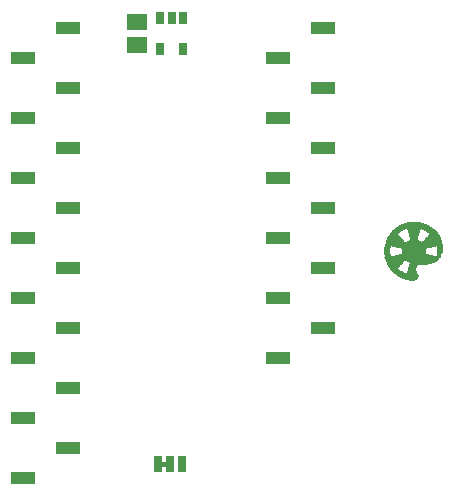
<source format=gbs>
G75*
%MOIN*%
%OFA0B0*%
%FSLAX25Y25*%
%IPPOS*%
%LPD*%
%AMOC8*
5,1,8,0,0,1.08239X$1,22.5*
%
%ADD10R,0.01800X0.00067*%
%ADD11R,0.02060X0.00066*%
%ADD12R,0.02800X0.00067*%
%ADD13R,0.03130X0.00067*%
%ADD14R,0.03400X0.00066*%
%ADD15R,0.03800X0.00067*%
%ADD16R,0.04000X0.00067*%
%ADD17R,0.04400X0.00066*%
%ADD18R,0.04530X0.00067*%
%ADD19R,0.04870X0.00067*%
%ADD20R,0.05000X0.00066*%
%ADD21R,0.05270X0.00067*%
%ADD22R,0.05400X0.00067*%
%ADD23R,0.05600X0.00066*%
%ADD24R,0.05660X0.00067*%
%ADD25R,0.05860X0.00067*%
%ADD26R,0.06070X0.00066*%
%ADD27R,0.06200X0.00067*%
%ADD28R,0.06400X0.00067*%
%ADD29R,0.06470X0.00066*%
%ADD30R,0.06600X0.00067*%
%ADD31R,0.06670X0.00067*%
%ADD32R,0.06800X0.00066*%
%ADD33R,0.06870X0.00067*%
%ADD34R,0.07070X0.00067*%
%ADD35R,0.07140X0.00066*%
%ADD36R,0.07200X0.00067*%
%ADD37R,0.07270X0.00067*%
%ADD38R,0.07400X0.00066*%
%ADD39R,0.07400X0.00067*%
%ADD40R,0.07470X0.00067*%
%ADD41R,0.07530X0.00066*%
%ADD42R,0.03660X0.00067*%
%ADD43R,0.03600X0.00067*%
%ADD44R,0.03540X0.00067*%
%ADD45R,0.03530X0.00066*%
%ADD46R,0.03470X0.00066*%
%ADD47R,0.03530X0.00067*%
%ADD48R,0.03470X0.00067*%
%ADD49R,0.03400X0.00067*%
%ADD50R,0.03340X0.00066*%
%ADD51R,0.03260X0.00067*%
%ADD52R,0.03270X0.00067*%
%ADD53R,0.03200X0.00067*%
%ADD54R,0.03140X0.00066*%
%ADD55R,0.03200X0.00066*%
%ADD56R,0.03060X0.00067*%
%ADD57R,0.03070X0.00067*%
%ADD58R,0.03000X0.00066*%
%ADD59R,0.02940X0.00066*%
%ADD60R,0.02930X0.00067*%
%ADD61R,0.02940X0.00067*%
%ADD62R,0.02870X0.00067*%
%ADD63R,0.02800X0.00066*%
%ADD64R,0.02730X0.00066*%
%ADD65R,0.02730X0.00067*%
%ADD66R,0.02600X0.00066*%
%ADD67R,0.02670X0.00067*%
%ADD68R,0.02600X0.00067*%
%ADD69R,0.02660X0.00067*%
%ADD70R,0.02670X0.00066*%
%ADD71R,0.02530X0.00067*%
%ADD72R,0.02470X0.00067*%
%ADD73R,0.02470X0.00066*%
%ADD74R,0.02400X0.00067*%
%ADD75R,0.02460X0.00066*%
%ADD76R,0.02460X0.00067*%
%ADD77R,0.02740X0.00067*%
%ADD78R,0.02400X0.00066*%
%ADD79R,0.03330X0.00066*%
%ADD80R,0.03600X0.00066*%
%ADD81R,0.02530X0.00066*%
%ADD82R,0.03670X0.00067*%
%ADD83R,0.03930X0.00066*%
%ADD84R,0.04140X0.00067*%
%ADD85R,0.04200X0.00066*%
%ADD86R,0.04330X0.00067*%
%ADD87R,0.04400X0.00067*%
%ADD88R,0.03000X0.00067*%
%ADD89R,0.04530X0.00066*%
%ADD90R,0.04600X0.00067*%
%ADD91R,0.04670X0.00067*%
%ADD92R,0.06130X0.00067*%
%ADD93R,0.04800X0.00066*%
%ADD94R,0.06330X0.00066*%
%ADD95R,0.04930X0.00067*%
%ADD96R,0.06800X0.00067*%
%ADD97R,0.05000X0.00067*%
%ADD98R,0.06940X0.00067*%
%ADD99R,0.07200X0.00066*%
%ADD100R,0.05200X0.00067*%
%ADD101R,0.07330X0.00067*%
%ADD102R,0.05340X0.00067*%
%ADD103R,0.07530X0.00067*%
%ADD104R,0.05400X0.00066*%
%ADD105R,0.07670X0.00066*%
%ADD106R,0.05470X0.00067*%
%ADD107R,0.07870X0.00067*%
%ADD108R,0.05540X0.00067*%
%ADD109R,0.08200X0.00067*%
%ADD110R,0.05660X0.00066*%
%ADD111R,0.08400X0.00066*%
%ADD112R,0.05800X0.00067*%
%ADD113R,0.08800X0.00067*%
%ADD114R,0.05870X0.00067*%
%ADD115R,0.09000X0.00067*%
%ADD116R,0.05930X0.00066*%
%ADD117R,0.09200X0.00066*%
%ADD118R,0.06000X0.00067*%
%ADD119R,0.09460X0.00067*%
%ADD120R,0.06140X0.00067*%
%ADD121R,0.09670X0.00067*%
%ADD122R,0.06200X0.00066*%
%ADD123R,0.09800X0.00066*%
%ADD124R,0.06260X0.00067*%
%ADD125R,0.10070X0.00067*%
%ADD126R,0.06330X0.00067*%
%ADD127R,0.10200X0.00067*%
%ADD128R,0.06400X0.00066*%
%ADD129R,0.10330X0.00066*%
%ADD130R,0.06460X0.00067*%
%ADD131R,0.10530X0.00067*%
%ADD132R,0.17270X0.00067*%
%ADD133R,0.17400X0.00066*%
%ADD134R,0.17540X0.00067*%
%ADD135R,0.17600X0.00067*%
%ADD136R,0.17670X0.00066*%
%ADD137R,0.17740X0.00067*%
%ADD138R,0.17860X0.00066*%
%ADD139R,0.17930X0.00067*%
%ADD140R,0.18000X0.00067*%
%ADD141R,0.18000X0.00066*%
%ADD142R,0.18130X0.00067*%
%ADD143R,0.18200X0.00067*%
%ADD144R,0.18340X0.00066*%
%ADD145R,0.18400X0.00067*%
%ADD146R,0.01870X0.00066*%
%ADD147R,0.14860X0.00066*%
%ADD148R,0.01200X0.00066*%
%ADD149R,0.01870X0.00067*%
%ADD150R,0.14460X0.00067*%
%ADD151R,0.01270X0.00067*%
%ADD152R,0.13940X0.00067*%
%ADD153R,0.01200X0.00067*%
%ADD154R,0.01800X0.00066*%
%ADD155R,0.13140X0.00066*%
%ADD156R,0.12600X0.00067*%
%ADD157R,0.01330X0.00067*%
%ADD158R,0.12200X0.00067*%
%ADD159R,0.01860X0.00066*%
%ADD160R,0.11660X0.00066*%
%ADD161R,0.01330X0.00066*%
%ADD162R,0.01860X0.00067*%
%ADD163R,0.10860X0.00067*%
%ADD164R,0.10340X0.00067*%
%ADD165R,0.01400X0.00067*%
%ADD166R,0.09940X0.00066*%
%ADD167R,0.01460X0.00066*%
%ADD168R,0.01930X0.00067*%
%ADD169R,0.09540X0.00067*%
%ADD170R,0.01460X0.00067*%
%ADD171R,0.08600X0.00067*%
%ADD172R,0.01470X0.00067*%
%ADD173R,0.08200X0.00066*%
%ADD174R,0.01470X0.00066*%
%ADD175R,0.07660X0.00067*%
%ADD176R,0.01540X0.00067*%
%ADD177R,0.07600X0.00067*%
%ADD178R,0.07600X0.00066*%
%ADD179R,0.01540X0.00066*%
%ADD180R,0.01600X0.00067*%
%ADD181R,0.01530X0.00067*%
%ADD182R,0.07730X0.00066*%
%ADD183R,0.01530X0.00066*%
%ADD184R,0.07730X0.00067*%
%ADD185R,0.07800X0.00067*%
%ADD186R,0.07800X0.00066*%
%ADD187R,0.01600X0.00066*%
%ADD188R,0.01670X0.00067*%
%ADD189R,0.01670X0.00066*%
%ADD190R,0.01730X0.00067*%
%ADD191R,0.01730X0.00066*%
%ADD192R,0.07660X0.00066*%
%ADD193R,0.07940X0.00067*%
%ADD194R,0.08340X0.00066*%
%ADD195R,0.08860X0.00067*%
%ADD196R,0.09660X0.00067*%
%ADD197R,0.10200X0.00066*%
%ADD198R,0.01930X0.00066*%
%ADD199R,0.10600X0.00067*%
%ADD200R,0.11140X0.00067*%
%ADD201R,0.11940X0.00066*%
%ADD202R,0.12340X0.00067*%
%ADD203R,0.12860X0.00067*%
%ADD204R,0.13330X0.00066*%
%ADD205R,0.14200X0.00067*%
%ADD206R,0.14600X0.00067*%
%ADD207R,0.02000X0.00067*%
%ADD208R,0.15140X0.00066*%
%ADD209R,0.02000X0.00066*%
%ADD210R,0.19270X0.00067*%
%ADD211R,0.19270X0.00066*%
%ADD212R,0.19200X0.00067*%
%ADD213R,0.19200X0.00066*%
%ADD214R,0.19060X0.00067*%
%ADD215R,0.19000X0.00066*%
%ADD216R,0.18940X0.00067*%
%ADD217R,0.18940X0.00066*%
%ADD218R,0.18870X0.00066*%
%ADD219R,0.05260X0.00067*%
%ADD220R,0.06730X0.00067*%
%ADD221R,0.06670X0.00066*%
%ADD222R,0.04860X0.00067*%
%ADD223R,0.06140X0.00066*%
%ADD224R,0.04460X0.00066*%
%ADD225R,0.04200X0.00067*%
%ADD226R,0.05930X0.00067*%
%ADD227R,0.05870X0.00066*%
%ADD228R,0.03800X0.00066*%
%ADD229R,0.06070X0.00067*%
%ADD230R,0.02340X0.00067*%
%ADD231R,0.02200X0.00066*%
%ADD232R,0.02200X0.00067*%
%ADD233R,0.05600X0.00067*%
%ADD234R,0.02270X0.00067*%
%ADD235R,0.05530X0.00067*%
%ADD236R,0.05060X0.00066*%
%ADD237R,0.02340X0.00066*%
%ADD238R,0.05130X0.00066*%
%ADD239R,0.05070X0.00067*%
%ADD240R,0.04740X0.00067*%
%ADD241R,0.04070X0.00067*%
%ADD242R,0.03860X0.00066*%
%ADD243R,0.02860X0.00066*%
%ADD244R,0.04260X0.00066*%
%ADD245R,0.02860X0.00067*%
%ADD246R,0.02930X0.00066*%
%ADD247R,0.03330X0.00067*%
%ADD248R,0.03730X0.00067*%
%ADD249R,0.03260X0.00066*%
%ADD250R,0.03140X0.00067*%
%ADD251R,0.02540X0.00067*%
%ADD252R,0.03540X0.00066*%
%ADD253R,0.03660X0.00066*%
%ADD254R,0.03130X0.00066*%
%ADD255R,0.02870X0.00066*%
%ADD256R,0.03870X0.00066*%
%ADD257R,0.03940X0.00067*%
%ADD258R,0.04060X0.00066*%
%ADD259R,0.04060X0.00067*%
%ADD260R,0.04130X0.00067*%
%ADD261R,0.03730X0.00066*%
%ADD262R,0.03460X0.00067*%
%ADD263R,0.04270X0.00067*%
%ADD264R,0.04340X0.00067*%
%ADD265R,0.04340X0.00066*%
%ADD266R,0.04460X0.00067*%
%ADD267R,0.12470X0.00066*%
%ADD268R,0.12270X0.00067*%
%ADD269R,0.12130X0.00067*%
%ADD270R,0.12000X0.00066*%
%ADD271R,0.11730X0.00067*%
%ADD272R,0.11600X0.00067*%
%ADD273R,0.11330X0.00066*%
%ADD274R,0.11200X0.00067*%
%ADD275R,0.10930X0.00067*%
%ADD276R,0.10800X0.00066*%
%ADD277R,0.10470X0.00067*%
%ADD278R,0.10330X0.00067*%
%ADD279R,0.10070X0.00066*%
%ADD280R,0.09870X0.00067*%
%ADD281R,0.09530X0.00067*%
%ADD282R,0.09330X0.00066*%
%ADD283R,0.09200X0.00067*%
%ADD284R,0.08670X0.00066*%
%ADD285R,0.08140X0.00067*%
%ADD286R,0.08000X0.00067*%
%ADD287R,0.07340X0.00067*%
%ADD288R,0.06540X0.00066*%
%ADD289R,0.08274X0.04337*%
%ADD290R,0.02900X0.05400*%
%ADD291C,0.00500*%
%ADD292R,0.03117X0.04298*%
%ADD293R,0.06699X0.05518*%
D10*
X0183650Y0109506D03*
X0183650Y0109573D03*
X0183520Y0110706D03*
X0183520Y0110773D03*
X0183520Y0110906D03*
X0183520Y0110973D03*
X0183520Y0111106D03*
X0183520Y0111173D03*
X0183520Y0111306D03*
X0183520Y0111373D03*
X0183650Y0112506D03*
X0183650Y0112573D03*
X0191920Y0101373D03*
X0201120Y0111306D03*
X0201120Y0111373D03*
X0201120Y0111506D03*
X0201120Y0111573D03*
D11*
X0191920Y0101440D03*
D12*
X0191690Y0101506D03*
X0191750Y0104373D03*
X0186490Y0104506D03*
X0186420Y0104573D03*
X0185690Y0116573D03*
X0186490Y0117573D03*
X0199150Y0116773D03*
X0199150Y0116706D03*
D13*
X0198385Y0117506D03*
X0187055Y0117973D03*
X0191655Y0101573D03*
D14*
X0191590Y0101640D03*
X0191850Y0103840D03*
X0192320Y0116840D03*
X0187450Y0118240D03*
D15*
X0188050Y0118573D03*
X0185790Y0115906D03*
X0192320Y0117506D03*
X0192320Y0117573D03*
X0197120Y0118373D03*
X0197250Y0118306D03*
X0199050Y0116106D03*
X0185790Y0106173D03*
X0188050Y0103506D03*
X0191450Y0101706D03*
D16*
X0191420Y0101773D03*
X0185820Y0106306D03*
X0192350Y0114373D03*
X0192350Y0117773D03*
X0196890Y0118506D03*
X0199020Y0115973D03*
X0185820Y0115773D03*
D17*
X0185890Y0115440D03*
X0191290Y0101840D03*
D18*
X0191285Y0101906D03*
D19*
X0191185Y0101973D03*
D20*
X0191190Y0102040D03*
X0185990Y0107040D03*
X0192320Y0114040D03*
X0192450Y0120440D03*
D21*
X0198785Y0115106D03*
X0191055Y0102106D03*
D22*
X0191050Y0102173D03*
D23*
X0190950Y0102240D03*
X0186090Y0114640D03*
X0198750Y0114840D03*
D24*
X0198720Y0114773D03*
X0190920Y0102306D03*
X0186120Y0114573D03*
D25*
X0192420Y0120306D03*
X0190820Y0102373D03*
D26*
X0190785Y0102440D03*
D27*
X0190790Y0102506D03*
X0198590Y0114373D03*
D28*
X0190690Y0102573D03*
D29*
X0190655Y0102640D03*
D30*
X0190590Y0102706D03*
X0186320Y0113906D03*
X0198520Y0114106D03*
D31*
X0190555Y0102773D03*
D32*
X0190490Y0102840D03*
D33*
X0190455Y0102906D03*
D34*
X0190355Y0102973D03*
D35*
X0190320Y0103040D03*
D36*
X0190290Y0103106D03*
D37*
X0190255Y0103173D03*
D38*
X0190190Y0103240D03*
D39*
X0190120Y0103306D03*
D40*
X0190085Y0103373D03*
D41*
X0189985Y0103440D03*
X0192455Y0120040D03*
D42*
X0192320Y0117306D03*
X0192320Y0117173D03*
X0187920Y0118506D03*
X0191920Y0103506D03*
D43*
X0187890Y0103573D03*
X0192350Y0117106D03*
X0197490Y0118173D03*
D44*
X0192320Y0116973D03*
X0192320Y0116906D03*
X0192320Y0114506D03*
X0191920Y0103573D03*
D45*
X0187785Y0103640D03*
D46*
X0191885Y0103640D03*
X0197685Y0118040D03*
D47*
X0197585Y0118106D03*
X0185785Y0105973D03*
X0187655Y0103706D03*
D48*
X0187555Y0103773D03*
X0191885Y0103706D03*
X0185755Y0116106D03*
X0187685Y0118373D03*
X0199085Y0116306D03*
D49*
X0199120Y0116373D03*
X0197850Y0117906D03*
X0197790Y0117973D03*
X0192320Y0116773D03*
X0185790Y0105906D03*
X0191920Y0103773D03*
D50*
X0187420Y0103840D03*
D51*
X0187320Y0103906D03*
X0192320Y0114573D03*
X0192320Y0116573D03*
D52*
X0187255Y0118106D03*
X0198055Y0117773D03*
X0192655Y0106706D03*
X0191855Y0103906D03*
D53*
X0191820Y0103973D03*
X0187220Y0103973D03*
X0185750Y0105773D03*
X0192350Y0116373D03*
X0192350Y0116506D03*
X0198150Y0117706D03*
D54*
X0192320Y0116440D03*
X0192320Y0116240D03*
X0187120Y0104040D03*
D55*
X0191820Y0104040D03*
X0192620Y0106640D03*
X0198220Y0117640D03*
X0187150Y0118040D03*
D56*
X0198620Y0117306D03*
X0191820Y0104173D03*
X0191820Y0104106D03*
X0187020Y0104106D03*
D57*
X0186955Y0104173D03*
X0185755Y0105706D03*
X0192355Y0116173D03*
X0186955Y0117906D03*
X0198555Y0117373D03*
X0199155Y0116573D03*
D58*
X0198650Y0117240D03*
X0192320Y0114640D03*
X0186850Y0117840D03*
X0185720Y0105640D03*
X0186850Y0104240D03*
D59*
X0191820Y0104240D03*
D60*
X0186755Y0104306D03*
X0185685Y0105573D03*
X0198755Y0117173D03*
X0198955Y0116973D03*
D61*
X0198820Y0117106D03*
X0192420Y0106506D03*
X0191820Y0104306D03*
D62*
X0186655Y0104373D03*
X0186655Y0117706D03*
X0198985Y0116906D03*
D63*
X0199090Y0116840D03*
X0192420Y0106440D03*
X0186550Y0104440D03*
X0186350Y0104640D03*
D64*
X0191785Y0104440D03*
X0186385Y0117440D03*
D65*
X0186455Y0117506D03*
X0191785Y0104573D03*
X0191785Y0104506D03*
D66*
X0191790Y0104640D03*
X0191790Y0104840D03*
X0192250Y0106240D03*
X0185920Y0105040D03*
X0192320Y0115440D03*
D67*
X0186085Y0117173D03*
X0186285Y0104706D03*
X0192285Y0106306D03*
D68*
X0192190Y0106173D03*
X0191790Y0104773D03*
X0191790Y0104706D03*
X0185990Y0104973D03*
X0192320Y0114706D03*
X0192320Y0115373D03*
X0192320Y0115506D03*
X0192320Y0115573D03*
X0185990Y0117106D03*
D69*
X0186220Y0117306D03*
X0186220Y0104773D03*
D70*
X0186155Y0104840D03*
X0185685Y0105440D03*
X0185685Y0116640D03*
X0186155Y0117240D03*
X0192355Y0115640D03*
D71*
X0192355Y0115306D03*
X0185885Y0116973D03*
X0185685Y0116706D03*
X0185685Y0105373D03*
X0185885Y0105106D03*
X0186085Y0104906D03*
X0191755Y0104906D03*
X0192085Y0105973D03*
X0192155Y0106106D03*
D72*
X0192055Y0105906D03*
X0191985Y0105773D03*
X0191785Y0105106D03*
X0191785Y0104973D03*
X0185785Y0105173D03*
D73*
X0191785Y0105040D03*
X0191855Y0105240D03*
X0192055Y0105840D03*
D74*
X0191950Y0105706D03*
X0191950Y0105573D03*
X0191890Y0105373D03*
X0191890Y0105306D03*
X0191820Y0105173D03*
X0192350Y0115106D03*
X0192420Y0120706D03*
D75*
X0192320Y0115240D03*
X0191920Y0105440D03*
X0185720Y0105240D03*
D76*
X0185720Y0105306D03*
X0191920Y0105506D03*
X0192320Y0115173D03*
X0185720Y0116773D03*
D77*
X0186320Y0117373D03*
X0192320Y0115773D03*
X0192320Y0115706D03*
X0192320Y0106373D03*
X0185720Y0105506D03*
D78*
X0191950Y0105640D03*
D79*
X0185755Y0105840D03*
X0197955Y0117840D03*
D80*
X0199090Y0116240D03*
X0187820Y0118440D03*
X0185750Y0116040D03*
X0185750Y0106040D03*
D81*
X0192155Y0106040D03*
X0185755Y0116840D03*
X0185955Y0117040D03*
D82*
X0185785Y0115973D03*
X0185785Y0106106D03*
D83*
X0185785Y0106240D03*
X0199055Y0116040D03*
D84*
X0199020Y0115906D03*
X0185820Y0106373D03*
D85*
X0185850Y0106440D03*
X0185850Y0115640D03*
X0192320Y0118040D03*
X0192320Y0118240D03*
D86*
X0185855Y0115573D03*
X0185855Y0106506D03*
X0198985Y0115706D03*
X0198985Y0115773D03*
D87*
X0192350Y0120506D03*
X0185890Y0115506D03*
X0185890Y0106573D03*
D88*
X0192520Y0106573D03*
X0192320Y0116106D03*
X0186790Y0117773D03*
X0185720Y0116373D03*
D89*
X0185885Y0106640D03*
X0198955Y0115640D03*
D90*
X0192320Y0118573D03*
X0185920Y0115373D03*
X0185920Y0106706D03*
D91*
X0185955Y0106773D03*
X0192355Y0114173D03*
X0185955Y0115306D03*
X0198955Y0115573D03*
D92*
X0194155Y0106773D03*
D93*
X0185950Y0106840D03*
X0185950Y0115240D03*
X0198890Y0115440D03*
D94*
X0194255Y0106840D03*
D95*
X0185955Y0106906D03*
X0185955Y0115173D03*
X0198885Y0115373D03*
D96*
X0198490Y0113906D03*
X0194550Y0106906D03*
D97*
X0185990Y0106973D03*
X0185990Y0115106D03*
D98*
X0194620Y0106973D03*
D99*
X0194750Y0107040D03*
D100*
X0192350Y0113973D03*
X0186020Y0114973D03*
X0186020Y0107106D03*
X0198820Y0115173D03*
D101*
X0194885Y0107106D03*
D102*
X0186020Y0107173D03*
X0186020Y0114906D03*
D103*
X0194985Y0107173D03*
D104*
X0198790Y0115040D03*
X0186050Y0114840D03*
X0186050Y0107240D03*
D105*
X0195055Y0107240D03*
D106*
X0186085Y0107306D03*
X0186085Y0114773D03*
D107*
X0195085Y0107306D03*
D108*
X0186120Y0107373D03*
X0186120Y0114706D03*
D109*
X0195050Y0107373D03*
D110*
X0186120Y0107440D03*
D111*
X0195020Y0107440D03*
D112*
X0198720Y0114706D03*
X0186120Y0114506D03*
X0186120Y0107506D03*
D113*
X0195020Y0107506D03*
X0192490Y0119773D03*
D114*
X0186155Y0107573D03*
D115*
X0194990Y0107573D03*
D116*
X0186185Y0107640D03*
D117*
X0195020Y0107640D03*
D118*
X0186220Y0107706D03*
X0186220Y0114306D03*
D119*
X0195020Y0107706D03*
D120*
X0186220Y0107773D03*
D121*
X0194985Y0107773D03*
D122*
X0186250Y0107840D03*
D123*
X0194990Y0107840D03*
D124*
X0186220Y0107906D03*
X0186220Y0114173D03*
D125*
X0194985Y0107906D03*
D126*
X0198585Y0114306D03*
X0186255Y0114106D03*
X0186255Y0107973D03*
D127*
X0194990Y0107973D03*
D128*
X0198550Y0114240D03*
X0186290Y0114040D03*
X0186290Y0108040D03*
D129*
X0194985Y0108040D03*
D130*
X0198520Y0114173D03*
X0186320Y0113973D03*
X0186320Y0108106D03*
D131*
X0194955Y0108106D03*
D132*
X0191655Y0108173D03*
D133*
X0191720Y0108240D03*
D134*
X0191720Y0108306D03*
D135*
X0191750Y0108373D03*
D136*
X0191785Y0108440D03*
D137*
X0191820Y0108506D03*
X0191820Y0108573D03*
D138*
X0191820Y0108640D03*
D139*
X0191855Y0108706D03*
D140*
X0191890Y0108773D03*
D141*
X0191890Y0108840D03*
D142*
X0191885Y0108906D03*
D143*
X0191920Y0108973D03*
D144*
X0191920Y0109040D03*
D145*
X0191950Y0109106D03*
X0191950Y0109173D03*
D146*
X0183685Y0109240D03*
X0183555Y0110040D03*
X0183555Y0110240D03*
X0183555Y0110440D03*
X0183555Y0110640D03*
X0183555Y0111440D03*
X0183555Y0111640D03*
X0183555Y0111840D03*
X0183555Y0112040D03*
X0183685Y0112840D03*
X0201085Y0112040D03*
X0201085Y0111840D03*
D147*
X0192320Y0109240D03*
D148*
X0200620Y0109240D03*
X0200690Y0109440D03*
D149*
X0201085Y0111706D03*
X0201085Y0111773D03*
X0201085Y0111906D03*
X0201085Y0111973D03*
X0201085Y0112106D03*
X0183685Y0112706D03*
X0183685Y0112773D03*
X0183555Y0111973D03*
X0183555Y0111906D03*
X0183555Y0111773D03*
X0183555Y0111706D03*
X0183555Y0111573D03*
X0183555Y0111506D03*
X0183555Y0110573D03*
X0183555Y0110506D03*
X0183555Y0110373D03*
X0183555Y0110306D03*
X0183555Y0110173D03*
X0183555Y0110106D03*
X0183685Y0109373D03*
X0183685Y0109306D03*
D150*
X0192320Y0109306D03*
D151*
X0200655Y0109306D03*
D152*
X0192320Y0109373D03*
D153*
X0200690Y0109373D03*
D154*
X0201120Y0111240D03*
X0201120Y0111440D03*
X0201120Y0111640D03*
X0183650Y0112440D03*
X0183650Y0112640D03*
X0183520Y0111240D03*
X0183520Y0111040D03*
X0183520Y0110840D03*
X0183650Y0109440D03*
D155*
X0192320Y0109440D03*
D156*
X0192320Y0109506D03*
D157*
X0200685Y0109506D03*
X0200755Y0109573D03*
X0200755Y0109706D03*
D158*
X0192320Y0109573D03*
D159*
X0183620Y0109640D03*
X0183620Y0109840D03*
X0183620Y0112240D03*
D160*
X0192320Y0109640D03*
D161*
X0200755Y0109640D03*
D162*
X0183620Y0109706D03*
X0183620Y0109773D03*
X0183620Y0112306D03*
X0183620Y0112373D03*
D163*
X0192320Y0109706D03*
D164*
X0192320Y0109773D03*
D165*
X0200790Y0109773D03*
D166*
X0192320Y0109840D03*
D167*
X0200820Y0109840D03*
D168*
X0201055Y0112173D03*
X0201055Y0112306D03*
X0201055Y0112373D03*
X0201055Y0112506D03*
X0201055Y0112573D03*
X0201055Y0112706D03*
X0183585Y0112173D03*
X0183585Y0112106D03*
X0183585Y0109973D03*
X0183585Y0109906D03*
D169*
X0192320Y0109906D03*
D170*
X0200820Y0109906D03*
D171*
X0192320Y0109973D03*
D172*
X0200885Y0109973D03*
D173*
X0192320Y0110040D03*
D174*
X0200885Y0110040D03*
D175*
X0192320Y0110106D03*
X0192320Y0110306D03*
X0192320Y0110373D03*
X0192320Y0111706D03*
X0192320Y0111773D03*
D176*
X0200920Y0110173D03*
X0200920Y0110106D03*
D177*
X0192350Y0110173D03*
X0192350Y0111906D03*
D178*
X0192350Y0111840D03*
X0192350Y0110240D03*
D179*
X0200920Y0110240D03*
D180*
X0200950Y0110306D03*
X0201020Y0110573D03*
X0201020Y0110706D03*
D181*
X0200985Y0110506D03*
X0200985Y0110373D03*
D182*
X0192355Y0110440D03*
D183*
X0200985Y0110440D03*
D184*
X0192355Y0110506D03*
X0192355Y0111573D03*
D185*
X0192320Y0111506D03*
X0192320Y0111373D03*
X0192320Y0111306D03*
X0192320Y0111173D03*
X0192320Y0111106D03*
X0192320Y0110973D03*
X0192320Y0110906D03*
X0192320Y0110773D03*
X0192320Y0110706D03*
X0192320Y0110573D03*
D186*
X0192320Y0110640D03*
X0192320Y0110840D03*
X0192320Y0111040D03*
X0192320Y0111240D03*
X0192320Y0111440D03*
D187*
X0201020Y0110640D03*
D188*
X0201055Y0110773D03*
X0201055Y0110906D03*
D189*
X0201055Y0110840D03*
D190*
X0201085Y0110973D03*
X0201085Y0111106D03*
X0201085Y0111173D03*
D191*
X0201085Y0111040D03*
D192*
X0192320Y0111640D03*
D193*
X0192320Y0111973D03*
D194*
X0192320Y0112040D03*
D195*
X0192320Y0112106D03*
D196*
X0192320Y0112173D03*
D197*
X0192320Y0112240D03*
D198*
X0201055Y0112240D03*
X0201055Y0112440D03*
X0201055Y0112640D03*
D199*
X0192320Y0112306D03*
D200*
X0192320Y0112373D03*
D201*
X0192320Y0112440D03*
D202*
X0192320Y0112506D03*
D203*
X0192320Y0112573D03*
D204*
X0192355Y0112640D03*
D205*
X0192320Y0112706D03*
D206*
X0192320Y0112773D03*
D207*
X0201020Y0112773D03*
D208*
X0192320Y0112840D03*
D209*
X0201020Y0112840D03*
D210*
X0192385Y0112906D03*
X0192385Y0112973D03*
D211*
X0192385Y0113040D03*
D212*
X0192420Y0113106D03*
X0192420Y0113173D03*
D213*
X0192420Y0113240D03*
D214*
X0192420Y0113306D03*
X0192420Y0113373D03*
D215*
X0192390Y0113440D03*
D216*
X0192420Y0113506D03*
X0192420Y0113573D03*
X0192420Y0113706D03*
X0192420Y0113773D03*
D217*
X0192420Y0113640D03*
D218*
X0192455Y0113840D03*
D219*
X0192320Y0113906D03*
D220*
X0198455Y0113973D03*
X0192455Y0120173D03*
D221*
X0198485Y0114040D03*
D222*
X0192320Y0114106D03*
D223*
X0186220Y0114240D03*
X0198620Y0114440D03*
D224*
X0192320Y0114240D03*
D225*
X0192320Y0114306D03*
X0192320Y0118106D03*
X0192320Y0118173D03*
D226*
X0186185Y0114373D03*
X0198655Y0114573D03*
D227*
X0198685Y0114640D03*
X0186155Y0114440D03*
D228*
X0192320Y0114440D03*
X0192320Y0117440D03*
D229*
X0198655Y0114506D03*
D230*
X0192320Y0114773D03*
D231*
X0192320Y0114840D03*
D232*
X0192320Y0114906D03*
D233*
X0192420Y0120373D03*
X0198750Y0114906D03*
D234*
X0192355Y0114973D03*
D235*
X0198785Y0114973D03*
D236*
X0186020Y0115040D03*
D237*
X0192320Y0115040D03*
D238*
X0198855Y0115240D03*
D239*
X0198885Y0115306D03*
D240*
X0198920Y0115506D03*
D241*
X0192385Y0120573D03*
X0185855Y0115706D03*
D242*
X0185820Y0115840D03*
X0197020Y0118440D03*
D243*
X0192320Y0115840D03*
D244*
X0199020Y0115840D03*
D245*
X0192320Y0115906D03*
X0192320Y0115973D03*
X0185720Y0116506D03*
D246*
X0185685Y0116440D03*
X0192355Y0116040D03*
X0192355Y0120640D03*
X0198885Y0117040D03*
X0199155Y0116640D03*
D247*
X0192355Y0116706D03*
X0187355Y0118173D03*
X0185755Y0116173D03*
D248*
X0192355Y0117373D03*
X0199085Y0116173D03*
D249*
X0199120Y0116440D03*
X0192320Y0116640D03*
X0185720Y0116240D03*
D250*
X0185720Y0116306D03*
X0192320Y0116306D03*
X0198320Y0117573D03*
X0199120Y0116506D03*
D251*
X0185820Y0116906D03*
D252*
X0192320Y0117040D03*
D253*
X0192320Y0117240D03*
D254*
X0198455Y0117440D03*
D255*
X0186585Y0117640D03*
D256*
X0192355Y0117640D03*
D257*
X0192320Y0117706D03*
D258*
X0192320Y0117840D03*
D259*
X0192320Y0117906D03*
D260*
X0192355Y0117973D03*
X0196755Y0118573D03*
D261*
X0197355Y0118240D03*
D262*
X0187620Y0118306D03*
D263*
X0192355Y0118306D03*
D264*
X0192320Y0118373D03*
D265*
X0192320Y0118440D03*
D266*
X0192320Y0118506D03*
D267*
X0192455Y0118640D03*
D268*
X0192485Y0118706D03*
D269*
X0192485Y0118773D03*
D270*
X0192490Y0118840D03*
D271*
X0192485Y0118906D03*
D272*
X0192490Y0118973D03*
D273*
X0192485Y0119040D03*
D274*
X0192490Y0119106D03*
D275*
X0192485Y0119173D03*
D276*
X0192490Y0119240D03*
D277*
X0192455Y0119306D03*
D278*
X0192455Y0119373D03*
D279*
X0192455Y0119440D03*
D280*
X0192485Y0119506D03*
D281*
X0192455Y0119573D03*
D282*
X0192485Y0119640D03*
D283*
X0192490Y0119706D03*
D284*
X0192485Y0119840D03*
D285*
X0192420Y0119906D03*
D286*
X0192420Y0119973D03*
D287*
X0192420Y0120106D03*
D288*
X0192420Y0120240D03*
D289*
X0062188Y0035736D03*
X0077188Y0045736D03*
X0062188Y0055736D03*
X0077188Y0065736D03*
X0062188Y0075736D03*
X0077188Y0085736D03*
X0062188Y0095736D03*
X0077188Y0105736D03*
X0062188Y0115736D03*
X0077188Y0125736D03*
X0062188Y0135736D03*
X0077188Y0145736D03*
X0062188Y0155736D03*
X0077188Y0165736D03*
X0062188Y0175736D03*
X0077188Y0185736D03*
X0147223Y0175665D03*
X0162223Y0165665D03*
X0147223Y0155665D03*
X0162223Y0145665D03*
X0147223Y0135665D03*
X0162223Y0125665D03*
X0147223Y0115665D03*
X0162223Y0105665D03*
X0147223Y0095665D03*
X0162223Y0085665D03*
X0147223Y0075665D03*
X0162223Y0185665D03*
D290*
X0115033Y0040272D03*
X0111033Y0040272D03*
X0107033Y0040272D03*
D291*
X0108283Y0040030D02*
X0109783Y0040030D01*
X0109783Y0039772D02*
X0109783Y0040772D01*
X0108283Y0040772D01*
X0108283Y0039772D01*
X0109783Y0039772D01*
X0109783Y0040529D02*
X0108283Y0040529D01*
D292*
X0107946Y0178771D03*
X0115426Y0178771D03*
X0115426Y0188968D03*
X0111686Y0188968D03*
X0107946Y0188968D03*
D293*
X0099960Y0187703D03*
X0099960Y0179829D03*
M02*

</source>
